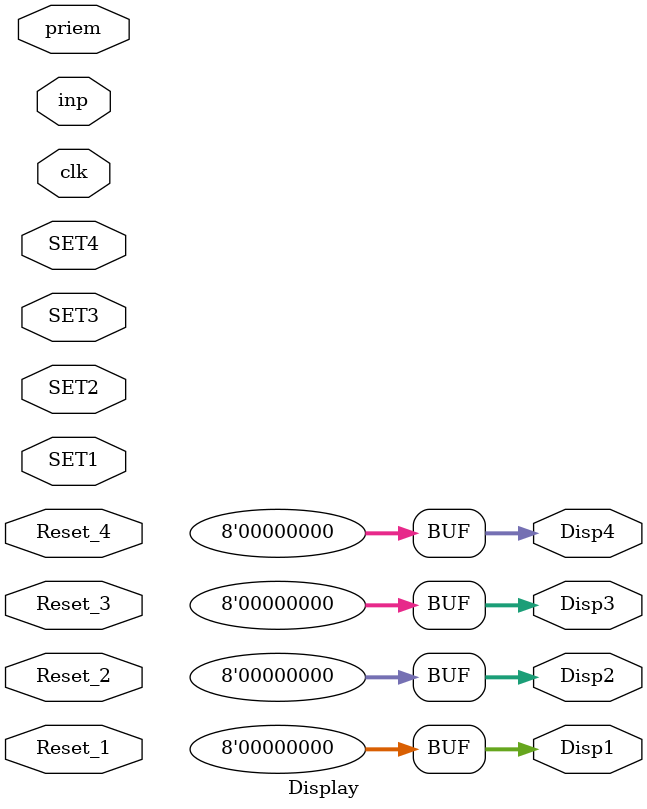
<source format=sv>
module Display (inp, clk, priem, SET1, SET2, SET3, SET4, Reset_1, Reset_2, Reset_3, Reset_4, Disp1, Disp2, Disp3, Disp4);

input logic clk, priem, SET1, SET2, SET3, SET4, Reset_1, Reset_2, Reset_3, Reset_4;
output logic [7:0] Disp1=8'd0, Disp2=8'd0, Disp3=8'd0, Disp4=8'd0;
input logic [7:0] inp;
logic [1:0] s;
logic zero, nclk, clk1, clk2, clk3, clk4;


register reg_1 ( .Q(Disp1), .D(inp), .clk(clk1), .rst(Reset_1));
register reg_2 ( .Q(Disp2), .D(inp), .clk(clk2), .rst(Reset_2));
register reg_3 ( .Q(Disp3), .D(inp), .clk(clk3), .rst(Reset_3));
register reg_4 ( .Q(Disp4), .D(inp), .clk(clk4), .rst(Reset_4));

delay_par #(.delay(2)) U1 (.clk(clk), .priem(priem), .del(s[0]));
delay_par #(.delay(3)) U2 (.clk(clk), .priem(priem), .del(s[1]));

assign zero = (inp == 8'd0) ? 0 : 1;
assign nclk = (zero & s[0] & ~s[1]) ? 1 : 0;

assign clk1 = (nclk & SET1 & Disp1 == 8'd0) ? 1 : 0;
assign clk2 = (nclk & SET2 & Disp2 == 8'd0) ? 1 : 0;
assign clk3 = (nclk & SET3 & Disp3 == 8'd0) ? 1 : 0;
assign clk4 = (nclk & SET4 & Disp4 == 8'd0) ? 1 : 0;

endmodule


</source>
